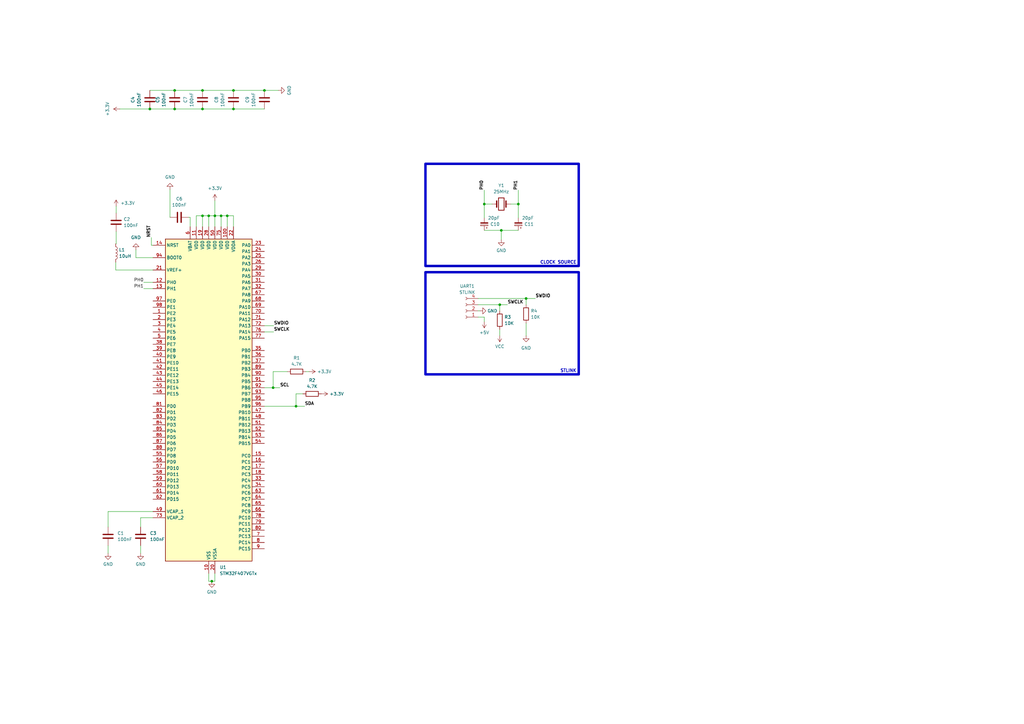
<source format=kicad_sch>
(kicad_sch (version 20231120) (generator "eeschema") (generator_version "8.0")
  (paper "A3")
  (lib_symbols
    (symbol "Connector:Conn_01x04_Socket" (pin_names (offset 1.016) hide)
      (property "Reference" "J" (at 0 5.08 0))
      (property "Value" "Conn_01x04_Socket" (at 0 -7.62 0))
      (symbol "Conn_01x04_Socket_1_1"
        (arc (start 0 -4.572) (mid -0.5058 -5.08) (end 0 -5.588) (stroke (width 0.1524)))
        (arc (start 0 -2.032) (mid -0.5058 -2.54) (end 0 -3.048) (stroke (width 0.1524)))
        (polyline (pts (xy -1.27 -5.08) (xy -0.508 -5.08)) (stroke (width 0.1524)))
        (polyline (pts (xy -1.27 -2.54) (xy -0.508 -2.54)) (stroke (width 0.1524)))
        (polyline (pts (xy -1.27 0) (xy -0.508 0)) (stroke (width 0.1524)))
        (polyline (pts (xy -1.27 2.54) (xy -0.508 2.54)) (stroke (width 0.1524)))
        (arc (start 0 0.508) (mid -0.5058 0) (end 0 -0.508) (stroke (width 0.1524)))
        (arc (start 0 3.048) (mid -0.5058 2.54) (end 0 2.032) (stroke (width 0.1524)))
        (pin passive line (at -5.08 2.54 0) (length 3.81) (name "Pin_1") (number "1"))
        (pin passive line (at -5.08 0 0) (length 3.81) (name "Pin_2") (number "2"))
        (pin passive line (at -5.08 -2.54 0) (length 3.81) (name "Pin_3") (number "3"))
        (pin passive line (at -5.08 -5.08 0) (length 3.81) (name "Pin_4") (number "4"))
      )
    )
    (symbol "Device:C" (pin_numbers hide) (pin_names (offset 0.254))
      (property "Reference" "C" (at 0.635 2.54 0))
      (property "Value" "C" (at 0.635 -2.54 0))
      (symbol "C_0_1"
        (polyline (pts (xy -2.032 -0.762) (xy 2.032 -0.762)) (stroke (width 0.508)))
        (polyline (pts (xy -2.032 0.762) (xy 2.032 0.762)) (stroke (width 0.508)))
      )
      (symbol "C_1_1"
        (pin passive line (at 0 3.81 270) (length 2.794) (name "~") (number "1"))
        (pin passive line (at 0 -3.81 90) (length 2.794) (name "~") (number "2"))
      )
    )
    (symbol "Device:C_Polarized_Small" (pin_numbers hide) (pin_names (offset 0.254) hide)
      (property "Reference" "C" (at 0.254 1.778 0))
      (property "Value" "C_Polarized_Small" (at 0.254 -2.032 0))
      (symbol "C_Polarized_Small_0_1"
        (rectangle (start -1.524 -0.3048) (end 1.524 -0.6858) (fill (type outline)))
        (rectangle (start -1.524 0.6858) (end 1.524 0.3048))
        (polyline (pts (xy -1.27 1.524) (xy -0.762 1.524)))
        (polyline (pts (xy -1.016 1.27) (xy -1.016 1.778)))
      )
      (symbol "C_Polarized_Small_1_1"
        (pin passive line (at 0 2.54 270) (length 1.8542) (name "~") (number "1"))
        (pin passive line (at 0 -2.54 90) (length 1.8542) (name "~") (number "2"))
      )
    )
    (symbol "Device:Crystal" (pin_numbers hide) (pin_names (offset 1.016) hide)
      (property "Reference" "Y" (at 0 3.81 0))
      (property "Value" "Crystal" (at 0 -3.81 0))
      (symbol "Crystal_0_1"
        (rectangle (start -1.143 2.54) (end 1.143 -2.54) (stroke (width 0.3048)))
        (polyline (pts (xy -2.54 0) (xy -1.905 0)))
        (polyline (pts (xy -1.905 -1.27) (xy -1.905 1.27)) (stroke (width 0.508)))
        (polyline (pts (xy 1.905 -1.27) (xy 1.905 1.27)) (stroke (width 0.508)))
        (polyline (pts (xy 2.54 0) (xy 1.905 0)))
      )
      (symbol "Crystal_1_1"
        (pin passive line (at -3.81 0 0) (length 1.27) (name "1") (number "1"))
        (pin passive line (at 3.81 0 180) (length 1.27) (name "2") (number "2"))
      )
    )
    (symbol "Device:L" (pin_numbers hide) (pin_names (offset 1.016) hide)
      (property "Reference" "L" (at -1.27 0 90))
      (property "Value" "L" (at 1.905 0 90))
      (symbol "L_0_1"
        (arc (start 0 -2.54) (mid 0.6323 -1.905) (end 0 -1.27))
        (arc (start 0 -1.27) (mid 0.6323 -0.635) (end 0 0))
        (arc (start 0 0) (mid 0.6323 0.635) (end 0 1.27))
        (arc (start 0 1.27) (mid 0.6323 1.905) (end 0 2.54))
      )
      (symbol "L_1_1"
        (pin passive line (at 0 3.81 270) (length 1.27) (name "1") (number "1"))
        (pin passive line (at 0 -3.81 90) (length 1.27) (name "2") (number "2"))
      )
    )
    (symbol "Device:R" (pin_numbers hide) (pin_names (offset 0))
      (property "Reference" "R" (at 2.032 0 90))
      (property "Value" "R" (at 0 0 90))
      (symbol "R_0_1"
        (rectangle (start -1.016 -2.54) (end 1.016 2.54) (stroke (width 0.254)))
      )
      (symbol "R_1_1"
        (pin passive line (at 0 3.81 270) (length 1.27) (name "~") (number "1"))
        (pin passive line (at 0 -3.81 90) (length 1.27) (name "~") (number "2"))
      )
    )
    (symbol "MCU_ST_STM32F4:STM32F407VGTx"
      (property "Reference" "U" (at -17.78 67.31 0))
      (property "Value" "STM32F407VGTx" (at 12.7 67.31 0))
      (symbol "STM32F407VGTx_0_1"
        (rectangle (start -17.78 -66.04) (end 17.78 66.04) (stroke (width 0.254)) (fill (type background)))
      )
      (symbol "STM32F407VGTx_1_1"
        (pin bidirectional line (at -22.86 35.56 0) (length 5.08) (name "PE2") (number "1"))
        (pin power_in line (at 0 -71.12 90) (length 5.08) (name "VSS") (number "10"))
        (pin power_in line (at 7.62 71.12 270) (length 5.08) (name "VDD") (number "100"))
        (pin power_in line (at -5.08 71.12 270) (length 5.08) (name "VDD") (number "11"))
        (pin bidirectional line (at -22.86 48.26 0) (length 5.08) (name "PH0") (number "12"))
        (pin bidirectional line (at -22.86 45.72 0) (length 5.08) (name "PH1") (number "13"))
        (pin input line (at -22.86 63.5 0) (length 5.08) (name "NRST") (number "14"))
        (pin bidirectional line (at 22.86 -22.86 180) (length 5.08) (name "PC0") (number "15"))
        (pin bidirectional line (at 22.86 -25.4 180) (length 5.08) (name "PC1") (number "16"))
        (pin bidirectional line (at 22.86 -27.94 180) (length 5.08) (name "PC2") (number "17"))
        (pin bidirectional line (at 22.86 -30.48 180) (length 5.08) (name "PC3") (number "18"))
        (pin power_in line (at -2.54 71.12 270) (length 5.08) (name "VDD") (number "19"))
        (pin bidirectional line (at -22.86 33.02 0) (length 5.08) (name "PE3") (number "2"))
        (pin power_in line (at 2.54 -71.12 90) (length 5.08) (name "VSSA") (number "20"))
        (pin input line (at -22.86 53.34 0) (length 5.08) (name "VREF+") (number "21"))
        (pin power_in line (at 10.16 71.12 270) (length 5.08) (name "VDDA") (number "22"))
        (pin bidirectional line (at 22.86 63.5 180) (length 5.08) (name "PA0") (number "23"))
        (pin bidirectional line (at 22.86 60.96 180) (length 5.08) (name "PA1") (number "24"))
        (pin bidirectional line (at 22.86 58.42 180) (length 5.08) (name "PA2") (number "25"))
        (pin bidirectional line (at 22.86 55.88 180) (length 5.08) (name "PA3") (number "26"))
        (pin passive line (at 0 -71.12 90) (length 5.08) hide (name "VSS") (number "27"))
        (pin power_in line (at 0 71.12 270) (length 5.08) (name "VDD") (number "28"))
        (pin bidirectional line (at 22.86 53.34 180) (length 5.08) (name "PA4") (number "29"))
        (pin bidirectional line (at -22.86 30.48 0) (length 5.08) (name "PE4") (number "3"))
        (pin bidirectional line (at 22.86 50.8 180) (length 5.08) (name "PA5") (number "30"))
        (pin bidirectional line (at 22.86 48.26 180) (length 5.08) (name "PA6") (number "31"))
        (pin bidirectional line (at 22.86 45.72 180) (length 5.08) (name "PA7") (number "32"))
        (pin bidirectional line (at 22.86 -33.02 180) (length 5.08) (name "PC4") (number "33"))
        (pin bidirectional line (at 22.86 -35.56 180) (length 5.08) (name "PC5") (number "34"))
        (pin bidirectional line (at 22.86 20.32 180) (length 5.08) (name "PB0") (number "35"))
        (pin bidirectional line (at 22.86 17.78 180) (length 5.08) (name "PB1") (number "36"))
        (pin bidirectional line (at 22.86 15.24 180) (length 5.08) (name "PB2") (number "37"))
        (pin bidirectional line (at -22.86 22.86 0) (length 5.08) (name "PE7") (number "38"))
        (pin bidirectional line (at -22.86 20.32 0) (length 5.08) (name "PE8") (number "39"))
        (pin bidirectional line (at -22.86 27.94 0) (length 5.08) (name "PE5") (number "4"))
        (pin bidirectional line (at -22.86 17.78 0) (length 5.08) (name "PE9") (number "40"))
        (pin bidirectional line (at -22.86 15.24 0) (length 5.08) (name "PE10") (number "41"))
        (pin bidirectional line (at -22.86 12.7 0) (length 5.08) (name "PE11") (number "42"))
        (pin bidirectional line (at -22.86 10.16 0) (length 5.08) (name "PE12") (number "43"))
        (pin bidirectional line (at -22.86 7.62 0) (length 5.08) (name "PE13") (number "44"))
        (pin bidirectional line (at -22.86 5.08 0) (length 5.08) (name "PE14") (number "45"))
        (pin bidirectional line (at -22.86 2.54 0) (length 5.08) (name "PE15") (number "46"))
        (pin bidirectional line (at 22.86 -5.08 180) (length 5.08) (name "PB10") (number "47"))
        (pin bidirectional line (at 22.86 -7.62 180) (length 5.08) (name "PB11") (number "48"))
        (pin power_out line (at -22.86 -45.72 0) (length 5.08) (name "VCAP_1") (number "49"))
        (pin bidirectional line (at -22.86 25.4 0) (length 5.08) (name "PE6") (number "5"))
        (pin power_in line (at 2.54 71.12 270) (length 5.08) (name "VDD") (number "50"))
        (pin bidirectional line (at 22.86 -10.16 180) (length 5.08) (name "PB12") (number "51"))
        (pin bidirectional line (at 22.86 -12.7 180) (length 5.08) (name "PB13") (number "52"))
        (pin bidirectional line (at 22.86 -15.24 180) (length 5.08) (name "PB14") (number "53"))
        (pin bidirectional line (at 22.86 -17.78 180) (length 5.08) (name "PB15") (number "54"))
        (pin bidirectional line (at -22.86 -22.86 0) (length 5.08) (name "PD8") (number "55"))
        (pin bidirectional line (at -22.86 -25.4 0) (length 5.08) (name "PD9") (number "56"))
        (pin bidirectional line (at -22.86 -27.94 0) (length 5.08) (name "PD10") (number "57"))
        (pin bidirectional line (at -22.86 -30.48 0) (length 5.08) (name "PD11") (number "58"))
        (pin bidirectional line (at -22.86 -33.02 0) (length 5.08) (name "PD12") (number "59"))
        (pin power_in line (at -7.62 71.12 270) (length 5.08) (name "VBAT") (number "6"))
        (pin bidirectional line (at -22.86 -35.56 0) (length 5.08) (name "PD13") (number "60"))
        (pin bidirectional line (at -22.86 -38.1 0) (length 5.08) (name "PD14") (number "61"))
        (pin bidirectional line (at -22.86 -40.64 0) (length 5.08) (name "PD15") (number "62"))
        (pin bidirectional line (at 22.86 -38.1 180) (length 5.08) (name "PC6") (number "63"))
        (pin bidirectional line (at 22.86 -40.64 180) (length 5.08) (name "PC7") (number "64"))
        (pin bidirectional line (at 22.86 -43.18 180) (length 5.08) (name "PC8") (number "65"))
        (pin bidirectional line (at 22.86 -45.72 180) (length 5.08) (name "PC9") (number "66"))
        (pin bidirectional line (at 22.86 43.18 180) (length 5.08) (name "PA8") (number "67"))
        (pin bidirectional line (at 22.86 40.64 180) (length 5.08) (name "PA9") (number "68"))
        (pin bidirectional line (at 22.86 38.1 180) (length 5.08) (name "PA10") (number "69"))
        (pin bidirectional line (at 22.86 -55.88 180) (length 5.08) (name "PC13") (number "7"))
        (pin bidirectional line (at 22.86 35.56 180) (length 5.08) (name "PA11") (number "70"))
        (pin bidirectional line (at 22.86 33.02 180) (length 5.08) (name "PA12") (number "71"))
        (pin bidirectional line (at 22.86 30.48 180) (length 5.08) (name "PA13") (number "72"))
        (pin power_out line (at -22.86 -48.26 0) (length 5.08) (name "VCAP_2") (number "73"))
        (pin passive line (at 0 -71.12 90) (length 5.08) hide (name "VSS") (number "74"))
        (pin power_in line (at 5.08 71.12 270) (length 5.08) (name "VDD") (number "75"))
        (pin bidirectional line (at 22.86 27.94 180) (length 5.08) (name "PA14") (number "76"))
        (pin bidirectional line (at 22.86 25.4 180) (length 5.08) (name "PA15") (number "77"))
        (pin bidirectional line (at 22.86 -48.26 180) (length 5.08) (name "PC10") (number "78"))
        (pin bidirectional line (at 22.86 -50.8 180) (length 5.08) (name "PC11") (number "79"))
        (pin bidirectional line (at 22.86 -58.42 180) (length 5.08) (name "PC14") (number "8"))
        (pin bidirectional line (at 22.86 -53.34 180) (length 5.08) (name "PC12") (number "80"))
        (pin bidirectional line (at -22.86 -2.54 0) (length 5.08) (name "PD0") (number "81"))
        (pin bidirectional line (at -22.86 -5.08 0) (length 5.08) (name "PD1") (number "82"))
        (pin bidirectional line (at -22.86 -7.62 0) (length 5.08) (name "PD2") (number "83"))
        (pin bidirectional line (at -22.86 -10.16 0) (length 5.08) (name "PD3") (number "84"))
        (pin bidirectional line (at -22.86 -12.7 0) (length 5.08) (name "PD4") (number "85"))
        (pin bidirectional line (at -22.86 -15.24 0) (length 5.08) (name "PD5") (number "86"))
        (pin bidirectional line (at -22.86 -17.78 0) (length 5.08) (name "PD6") (number "87"))
        (pin bidirectional line (at -22.86 -20.32 0) (length 5.08) (name "PD7") (number "88"))
        (pin bidirectional line (at 22.86 12.7 180) (length 5.08) (name "PB3") (number "89"))
        (pin bidirectional line (at 22.86 -60.96 180) (length 5.08) (name "PC15") (number "9"))
        (pin bidirectional line (at 22.86 10.16 180) (length 5.08) (name "PB4") (number "90"))
        (pin bidirectional line (at 22.86 7.62 180) (length 5.08) (name "PB5") (number "91"))
        (pin bidirectional line (at 22.86 5.08 180) (length 5.08) (name "PB6") (number "92"))
        (pin bidirectional line (at 22.86 2.54 180) (length 5.08) (name "PB7") (number "93"))
        (pin input line (at -22.86 58.42 0) (length 5.08) (name "BOOT0") (number "94"))
        (pin bidirectional line (at 22.86 0 180) (length 5.08) (name "PB8") (number "95"))
        (pin bidirectional line (at 22.86 -2.54 180) (length 5.08) (name "PB9") (number "96"))
        (pin bidirectional line (at -22.86 40.64 0) (length 5.08) (name "PE0") (number "97"))
        (pin bidirectional line (at -22.86 38.1 0) (length 5.08) (name "PE1") (number "98"))
        (pin passive line (at 0 -71.12 90) (length 5.08) hide (name "VSS") (number "99"))
      )
    )
    (symbol "power:+3.3V" (power) (pin_names (offset 0))
      (property "Value" "+3.3V" (at 0 3.556 0))
      (symbol "+3.3V_0_1"
        (polyline (pts (xy -0.762 1.27) (xy 0 2.54)))
        (polyline (pts (xy 0 0) (xy 0 2.54)))
        (polyline (pts (xy 0 2.54) (xy 0.762 1.27)))
      )
      (symbol "+3.3V_1_1"
        (pin power_in line (at 0 0 90) (length 0) hide (name "+3.3V") (number "1"))
      )
    )
    (symbol "power:+5V" (power) (pin_names (offset 0))
      (property "Value" "+5V" (at 0 3.556 0))
      (symbol "+5V_0_1"
        (polyline (pts (xy -0.762 1.27) (xy 0 2.54)))
        (polyline (pts (xy 0 0) (xy 0 2.54)))
        (polyline (pts (xy 0 2.54) (xy 0.762 1.27)))
      )
      (symbol "+5V_1_1"
        (pin power_in line (at 0 0 90) (length 0) hide (name "+5V") (number "1"))
      )
    )
    (symbol "power:GND" (power) (pin_names (offset 0))
      (property "Value" "GND" (at 0 -3.81 0))
      (symbol "GND_0_1"
        (polyline (pts (xy 0 0) (xy 0 -1.27) (xy 1.27 -1.27) (xy 0 -2.54) (xy -1.27 -1.27) (xy 0 -1.27)))
      )
      (symbol "GND_1_1"
        (pin power_in line (at 0 0 270) (length 0) hide (name "GND") (number "1"))
      )
    )
    (symbol "power:VCC" (power) (pin_names (offset 0))
      (property "Value" "VCC" (at 0 3.81 0))
      (symbol "VCC_0_1"
        (polyline (pts (xy -0.762 1.27) (xy 0 2.54)))
        (polyline (pts (xy 0 0) (xy 0 2.54)))
        (polyline (pts (xy 0 2.54) (xy 0.762 1.27)))
      )
      (symbol "VCC_1_1"
        (pin power_in line (at 0 0 90) (length 0) hide (name "VCC") (number "1"))
      )
    )
  )
  (junction (at 90.678 88.519))
  (junction (at 108.458 37.084))
  (junction (at 83.058 88.519))
  (junction (at 93.218 88.519))
  (junction (at 112.014 159.004))
  (junction (at 85.598 88.519))
  (junction (at 83.058 44.704))
  (junction (at 121.412 166.624))
  (junction (at 95.758 44.704))
  (junction (at 83.058 37.084))
  (junction (at 198.628 83.693))
  (junction (at 88.138 88.519))
  (junction (at 61.468 44.704))
  (junction (at 215.773 122.428))
  (junction (at 71.628 44.704))
  (junction (at 212.598 83.693))
  (junction (at 95.758 37.084))
  (junction (at 204.978 124.968))
  (junction (at 205.613 94.488))
  (junction (at 71.628 37.084))
  (junction (at 86.868 238.379))
  (wire (pts (xy 88.138 88.519) (xy 90.678 88.519)))
  (wire (pts (xy 201.803 83.693) (xy 198.628 83.693)))
  (wire (pts (xy 90.678 88.519) (xy 93.218 88.519)))
  (wire (pts (xy 108.458 166.624) (xy 121.412 166.624)))
  (wire (pts (xy 62.103 100.584) (xy 62.103 97.409)))
  (wire (pts (xy 47.625 94.996) (xy 47.625 99.949)))
  (wire (pts (xy 215.773 122.428) (xy 215.773 124.968)))
  (wire (pts (xy 57.658 212.344) (xy 57.658 216.154)))
  (wire (pts (xy 85.598 238.379) (xy 86.868 238.379)))
  (wire (pts (xy 112.014 159.004) (xy 114.808 159.004)))
  (wire (pts (xy 108.458 136.144) (xy 112.268 136.144)))
  (wire (pts (xy 47.625 84.582) (xy 47.625 87.376)))
  (wire (pts (xy 85.598 88.519) (xy 88.138 88.519)))
  (wire (pts (xy 125.476 152.4) (xy 126.746 152.4)))
  (wire (pts (xy 61.468 44.704) (xy 71.628 44.704)))
  (wire (pts (xy 80.518 88.519) (xy 83.058 88.519)))
  (wire (pts (xy 112.014 152.4) (xy 112.014 159.004)))
  (wire (pts (xy 62.738 209.804) (xy 44.323 209.804)))
  (wire (pts (xy 198.628 77.978) (xy 198.628 83.693)))
  (wire (pts (xy 205.613 94.488) (xy 205.613 98.298)))
  (wire (pts (xy 124.206 161.544) (xy 121.412 161.544)))
  (wire (pts (xy 62.738 110.744) (xy 47.498 110.744)))
  (wire (pts (xy 196.088 130.048) (xy 198.628 130.048)))
  (wire (pts (xy 44.323 209.804) (xy 44.323 216.154)))
  (wire (pts (xy 198.628 94.488) (xy 205.613 94.488)))
  (wire (pts (xy 95.758 92.964) (xy 95.758 88.519)))
  (wire (pts (xy 83.058 37.084) (xy 95.758 37.084)))
  (wire (pts (xy 121.412 166.624) (xy 124.968 166.624)))
  (wire (pts (xy 204.978 124.968) (xy 204.978 127.508)))
  (wire (pts (xy 212.598 83.693) (xy 212.598 89.408)))
  (wire (pts (xy 80.518 92.964) (xy 80.518 88.519)))
  (wire (pts (xy 71.628 37.084) (xy 83.058 37.084)))
  (wire (pts (xy 55.753 105.664) (xy 55.753 102.489)))
  (wire (pts (xy 88.138 82.296) (xy 88.138 88.519)))
  (wire (pts (xy 196.088 127.508) (xy 196.723 127.508)))
  (wire (pts (xy 83.058 44.704) (xy 95.758 44.704)))
  (wire (pts (xy 209.423 83.693) (xy 212.598 83.693)))
  (wire (pts (xy 47.625 99.949) (xy 47.498 99.949)))
  (wire (pts (xy 215.773 132.588) (xy 215.773 137.668)))
  (wire (pts (xy 77.978 89.154) (xy 77.978 92.964)))
  (wire (pts (xy 85.598 235.204) (xy 85.598 238.379)))
  (wire (pts (xy 205.613 94.488) (xy 212.598 94.488)))
  (wire (pts (xy 95.758 37.084) (xy 108.458 37.084)))
  (wire (pts (xy 88.138 235.204) (xy 88.138 238.379)))
  (wire (pts (xy 204.978 124.968) (xy 208.153 124.968)))
  (wire (pts (xy 95.758 44.704) (xy 108.458 44.704)))
  (wire (pts (xy 93.218 92.964) (xy 93.218 88.519)))
  (wire (pts (xy 57.658 223.774) (xy 57.658 226.949)))
  (wire (pts (xy 83.058 88.519) (xy 85.598 88.519)))
  (wire (pts (xy 108.458 37.084) (xy 114.173 37.084)))
  (wire (pts (xy 112.014 152.4) (xy 117.856 152.4)))
  (wire (pts (xy 47.498 110.744) (xy 47.498 107.569)))
  (wire (pts (xy 62.738 105.664) (xy 55.753 105.664)))
  (wire (pts (xy 121.412 161.544) (xy 121.412 166.624)))
  (wire (pts (xy 95.758 88.519) (xy 93.218 88.519)))
  (wire (pts (xy 71.628 44.704) (xy 83.058 44.704)))
  (wire (pts (xy 69.723 77.724) (xy 69.723 89.154)))
  (wire (pts (xy 196.088 122.428) (xy 215.773 122.428)))
  (wire (pts (xy 90.678 92.964) (xy 90.678 88.519)))
  (wire (pts (xy 88.138 88.519) (xy 88.138 92.964)))
  (wire (pts (xy 44.323 223.774) (xy 44.323 226.949)))
  (wire (pts (xy 198.628 130.048) (xy 198.628 131.953)))
  (wire (pts (xy 49.149 44.704) (xy 61.468 44.704)))
  (wire (pts (xy 215.773 122.428) (xy 219.583 122.428)))
  (wire (pts (xy 83.058 88.519) (xy 83.058 92.964)))
  (wire (pts (xy 108.458 159.004) (xy 112.014 159.004)))
  (wire (pts (xy 77.343 89.154) (xy 77.978 89.154)))
  (wire (pts (xy 62.738 100.584) (xy 62.103 100.584)))
  (wire (pts (xy 108.458 133.604) (xy 112.268 133.604)))
  (wire (pts (xy 62.738 212.344) (xy 57.658 212.344)))
  (wire (pts (xy 204.978 135.128) (xy 204.978 137.668)))
  (wire (pts (xy 88.138 238.379) (xy 86.868 238.379)))
  (wire (pts (xy 61.468 37.084) (xy 71.628 37.084)))
  (wire (pts (xy 58.928 115.824) (xy 62.738 115.824)))
  (wire (pts (xy 198.628 83.693) (xy 198.628 89.408)))
  (wire (pts (xy 196.088 124.968) (xy 204.978 124.968)))
  (wire (pts (xy 212.598 77.978) (xy 212.598 83.693)))
  (wire (pts (xy 58.928 118.364) (xy 62.738 118.364)))
  (wire (pts (xy 85.598 88.519) (xy 85.598 92.964)))
  (rectangle (start 174.498 111.633) (end 237.363 153.543) (stroke (width 1)))
  (rectangle (start 174.498 67.183) (end 237.363 109.093) (stroke (width 1)))
  (text "STLINK\n" (at 229.743 152.908 0) (effects (font (size 1.27 1.27) (bold yes)) (justify left bottom)))
  (text "CLOCK SOURCE\n" (at 221.488 108.458 0) (effects (font (size 1.27 1.27) (bold yes)) (justify left bottom)))
  (label "PH0" (at 198.628 77.978 90) (effects (font (bold yes))))
  (label "SWCLK" (at 208.153 124.968 0) (effects (font (bold yes))))
  (label "SDA" (at 124.968 166.624 0) (effects (font (bold yes))))
  (label "PH0" (at 58.928 115.824 180))
  (label "SWDIO" (at 219.583 122.428 0) (effects (font (bold yes))))
  (label "SCL" (at 114.808 159.004 0) (effects (font (bold yes))))
  (label "PH1" (at 58.928 118.364 180))
  (label "PH1" (at 212.598 77.978 90) (effects (font (bold yes))))
  (label "NRST" (at 62.103 97.409 90) (effects (font (bold yes))))
  (label "SWDIO" (at 112.268 133.604 0) (effects (font (bold yes))))
  (label "SWCLK" (at 112.268 136.144 0) (effects (font (bold yes))))
  (symbol (lib_id "power:GND") (at 196.723 127.508 90) (unit 1)
    (property "Reference" "#PWR012" (effects (hide yes)))
    (property "Value" "GND" (at 199.898 127.508 90) (effects (justify right)))
  )
  (symbol (lib_id "Device:R") (at 128.016 161.544 90) (unit 1)
    (property "Reference" "R2" (at 128.016 155.956 90))
    (property "Value" "4.7K" (at 128.016 158.496 90))
    (property "Footprint" "Resistor_SMD:R_0603_1608Metric" (effects (hide yes)))
  )
  (symbol (lib_id "Device:C") (at 71.628 40.894 180) (unit 1)
    (property "Reference" "C5" (at 64.643 40.894 90))
    (property "Value" "100nF" (at 67.183 40.894 90))
    (property "Footprint" "Capacitor_SMD:C_0603_1608Metric" (effects (hide yes)))
  )
  (symbol (lib_id "power:+3.3V") (at 88.138 82.296 0) (unit 1)
    (property "Reference" "#PWR08" (effects (hide yes)))
    (property "Value" "+3.3V" (at 88.138 77.216 0))
  )
  (symbol (lib_id "power:+3.3V") (at 131.826 161.544 270) (unit 1)
    (property "Reference" "#PWR011" (effects (hide yes)))
    (property "Value" "+3.3V" (at 135.128 161.544 90) (effects (justify left)))
  )
  (symbol (lib_id "MCU_ST_STM32F4:STM32F407VGTx") (at 85.598 164.084 0) (unit 1)
    (property "Reference" "U1" (at 90.0939 232.664 0) (effects (justify left)))
    (property "Value" "STM32F407VGTx" (at 90.0939 235.204 0) (effects (justify left)))
    (property "Footprint" "Package_QFP:LQFP-100_14x14mm_P0.5mm" (effects (hide yes)))
    (property "Datasheet" "https://www.st.com/resource/en/datasheet/stm32f407vg.pdf" (effects (hide yes)))
  )
  (symbol (lib_id "Device:C") (at 95.758 40.894 180) (unit 1)
    (property "Reference" "C8" (at 88.773 40.894 90))
    (property "Value" "100nF" (at 91.313 40.894 90))
    (property "Footprint" "Capacitor_SMD:C_0603_1608Metric" (effects (hide yes)))
  )
  (symbol (lib_id "power:+3.3V") (at 49.149 44.704 90) (unit 1)
    (property "Reference" "#PWR03" (effects (hide yes)))
    (property "Value" "+3.3V" (at 44.069 44.704 0))
  )
  (symbol (lib_id "power:VCC") (at 204.978 137.668 180) (unit 1)
    (property "Reference" "#PWR014" (effects (hide yes)))
    (property "Value" "VCC" (at 204.978 142.113 0))
  )
  (symbol (lib_id "power:+5V") (at 198.628 131.953 180) (unit 1)
    (property "Reference" "#PWR013" (effects (hide yes)))
    (property "Value" "+5V" (at 198.628 136.398 0))
  )
  (symbol (lib_id "Device:C_Polarized_Small") (at 198.628 91.948 180) (unit 1)
    (property "Reference" "C10" (at 204.978 91.948 0) (effects (justify left)))
    (property "Value" "20pF" (at 204.978 89.408 0) (effects (justify left)))
    (property "Footprint" "Capacitor_SMD:C_0603_1608Metric" (effects (hide yes)))
  )
  (symbol (lib_id "power:GND") (at 114.173 37.084 90) (unit 1)
    (property "Reference" "#PWR09" (effects (hide yes)))
    (property "Value" "GND" (at 118.618 37.084 0))
  )
  (symbol (lib_id "power:GND") (at 55.753 102.489 180) (unit 1)
    (property "Reference" "#PWR04" (effects (hide yes)))
    (property "Value" "GND" (at 55.753 97.409 0))
  )
  (symbol (lib_id "Device:L") (at 47.498 103.759 0) (unit 1)
    (property "Reference" "L1" (at 48.768 102.489 0) (effects (justify left)))
    (property "Value" "10uH" (at 48.768 105.029 0) (effects (justify left)))
    (property "Footprint" "Capacitor_SMD:C_0805_2012Metric_Pad1.18x1.45mm_HandSolder" (effects (hide yes)))
  )
  (symbol (lib_id "Device:C") (at 73.533 89.154 90) (unit 1)
    (property "Reference" "C6" (at 73.533 81.534 90))
    (property "Value" "100nF" (at 73.533 84.074 90))
    (property "Footprint" "Capacitor_SMD:C_0603_1608Metric" (effects (hide yes)))
  )
  (symbol (lib_id "Device:C") (at 108.458 40.894 180) (unit 1)
    (property "Reference" "C9" (at 101.473 40.894 90))
    (property "Value" "100nF" (at 104.013 40.894 90))
    (property "Footprint" "Capacitor_SMD:C_0603_1608Metric" (effects (hide yes)))
  )
  (symbol (lib_id "Connector:Conn_01x04_Socket") (at 191.008 127.508 180) (unit 1)
    (property "Reference" "UART1" (at 191.643 117.348 0))
    (property "Value" "STLINK" (at 191.643 119.888 0))
    (property "Footprint" "JST254:JST 4" (effects (hide yes)))
  )
  (symbol (lib_id "power:GND") (at 57.658 226.949 0) (unit 1)
    (property "Reference" "#PWR05" (effects (hide yes)))
    (property "Value" "GND" (at 57.658 231.394 0))
  )
  (symbol (lib_id "Device:Crystal") (at 205.613 83.693 0) (unit 1)
    (property "Reference" "Y1" (at 205.613 76.073 0))
    (property "Value" "25MHz" (at 205.613 78.613 0))
    (property "Footprint" "Crystal:Crystal_HC49-U_Vertical" (effects (hide yes)))
  )
  (symbol (lib_id "Device:C") (at 44.323 219.964 180) (unit 1)
    (property "Reference" "C1" (at 48.133 218.694 0) (effects (justify right)))
    (property "Value" "100nF" (at 48.133 221.234 0) (effects (justify right)))
    (property "Footprint" "Capacitor_SMD:C_0603_1608Metric" (effects (hide yes)))
  )
  (symbol (lib_id "Device:C") (at 61.468 40.894 180) (unit 1)
    (property "Reference" "C4" (at 54.483 40.894 90))
    (property "Value" "100nF" (at 57.023 40.894 90))
    (property "Footprint" "Capacitor_SMD:C_0603_1608Metric" (effects (hide yes)))
  )
  (symbol (lib_id "power:GND") (at 44.323 226.949 0) (unit 1)
    (property "Reference" "#PWR01" (effects (hide yes)))
    (property "Value" "GND" (at 44.323 231.394 0))
  )
  (symbol (lib_id "Device:C") (at 83.058 40.894 180) (unit 1)
    (property "Reference" "C7" (at 76.073 40.894 90))
    (property "Value" "100nF" (at 78.613 40.894 90))
    (property "Footprint" "Capacitor_SMD:C_0603_1608Metric" (effects (hide yes)))
  )
  (symbol (lib_id "Device:C") (at 47.625 91.186 0) (unit 1)
    (property "Reference" "C2" (at 50.673 89.916 0) (effects (justify left)))
    (property "Value" "100nF" (at 50.673 92.456 0) (effects (justify left)))
    (property "Footprint" "Capacitor_SMD:C_0603_1608Metric" (effects (hide yes)))
  )
  (symbol (lib_id "power:GND") (at 86.868 238.379 0) (unit 1)
    (property "Reference" "#PWR07" (effects (hide yes)))
    (property "Value" "GND" (at 86.868 242.824 0))
  )
  (symbol (lib_id "Device:C_Polarized_Small") (at 212.598 91.948 180) (unit 1)
    (property "Reference" "C11" (at 218.948 91.948 0) (effects (justify left)))
    (property "Value" "20pF" (at 218.948 89.408 0) (effects (justify left)))
    (property "Footprint" "Capacitor_SMD:C_0603_1608Metric" (effects (hide yes)))
  )
  (symbol (lib_id "Device:R") (at 215.773 128.778 0) (unit 1)
    (property "Reference" "R4" (at 217.678 127.508 0) (effects (justify left)))
    (property "Value" "10K" (at 217.678 130.048 0) (effects (justify left)))
    (property "Footprint" "Resistor_SMD:R_0603_1608Metric" (effects (hide yes)))
  )
  (symbol (lib_id "Device:R") (at 204.978 131.318 0) (unit 1)
    (property "Reference" "R3" (at 206.883 130.048 0) (effects (justify left)))
    (property "Value" "10K" (at 206.883 132.588 0) (effects (justify left)))
    (property "Footprint" "Resistor_SMD:R_0603_1608Metric" (effects (hide yes)))
  )
  (symbol (lib_id "power:GND") (at 215.773 137.668 0) (unit 1)
    (property "Reference" "#PWR016" (effects (hide yes)))
    (property "Value" "GND" (at 215.773 142.748 0))
  )
  (symbol (lib_id "power:+3.3V") (at 126.746 152.4 270) (unit 1)
    (property "Reference" "#PWR010" (effects (hide yes)))
    (property "Value" "+3.3V" (at 130.048 152.4 90) (effects (justify left)))
  )
  (symbol (lib_id "Device:C") (at 57.658 219.964 180) (unit 1)
    (property "Reference" "C3" (at 61.468 218.694 0) (effects (justify right)))
    (property "Value" "100nF" (at 61.468 221.234 0) (effects (justify right)))
    (property "Footprint" "Capacitor_SMD:C_0603_1608Metric" (effects (hide yes)))
  )
  (symbol (lib_id "power:+3.3V") (at 47.625 84.582 0) (unit 1)
    (property "Reference" "#PWR02" (effects (hide yes)))
    (property "Value" "+3.3V" (at 49.403 83.312 0) (effects (justify left)))
  )
  (symbol (lib_id "Device:R") (at 121.666 152.4 90) (unit 1)
    (property "Reference" "R1" (at 121.666 146.812 90))
    (property "Value" "4.7K" (at 121.666 149.352 90))
    (property "Footprint" "Resistor_SMD:R_0603_1608Metric" (effects (hide yes)))
  )
  (symbol (lib_id "power:GND") (at 69.723 77.724 180) (unit 1)
    (property "Reference" "#PWR06" (effects (hide yes)))
    (property "Value" "GND" (at 69.723 72.644 0))
  )
  (symbol (lib_id "power:GND") (at 205.613 98.298 0) (unit 1)
    (property "Reference" "#PWR015" (effects (hide yes)))
    (property "Value" "GND" (at 205.613 102.743 0))
  )
)
</source>
